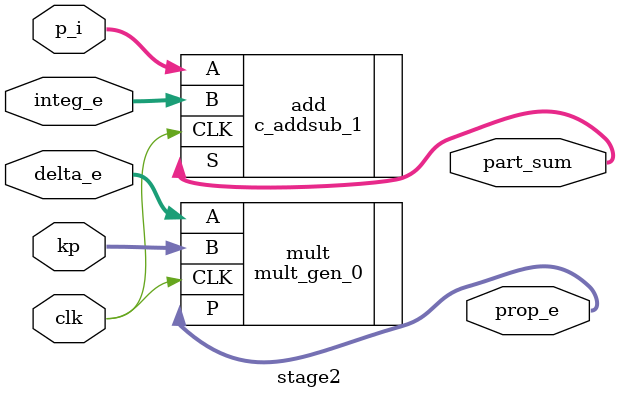
<source format=v>
`timescale 1ns / 1ps


module stage2(clk, kp, delta_e, integ_e, p_i, prop_e, part_sum);
    input clk;
    input wire signed [15:0] delta_e;
    input wire signed [31:0] integ_e, p_i;
    input wire signed [31:0] kp;
    output wire signed [31:0] prop_e, part_sum;
        
    mult_gen_0 mult (
          .CLK(clk),    // input wire CLK
          .A(delta_e),  // input wire [15 : 0] A
          .B(kp),       // input wire [31 : 0] B
          .P(prop_e)    // output wire [31 : 0] P
        );
    
    c_addsub_1 add (
          .A(p_i),      // input wire [31 : 0] A
          .B(integ_e),  // input wire [31 : 0] B
          .CLK(clk),    // input wire CLK
          .S(part_sum)  // output wire [31 : 0] S
        );


endmodule

</source>
